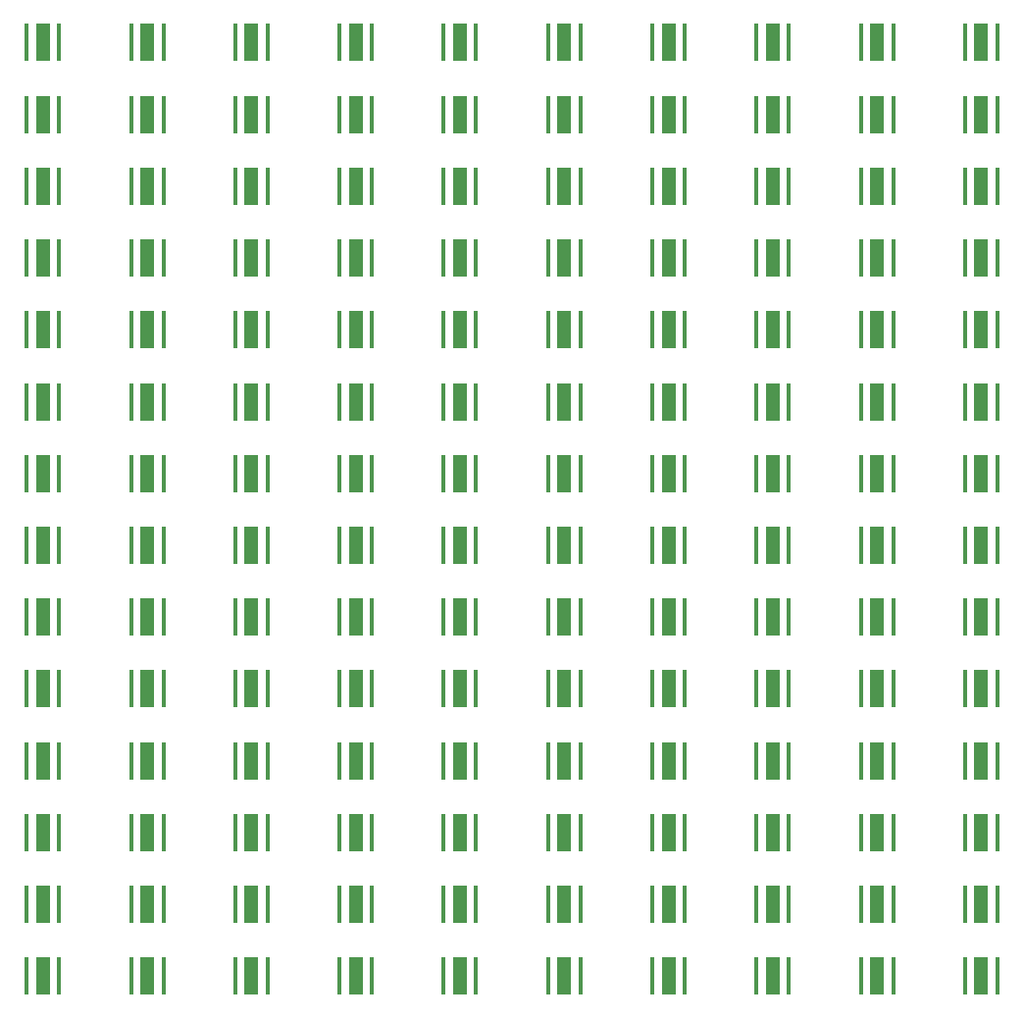
<source format=gtp>
%FSLAX25Y25*%
%MOIN*%
G70*
G01*
G75*
G04 Layer_Color=8421504*
%ADD10R,0.05118X0.12992*%
%ADD11R,0.01969X0.12992*%
%ADD12C,0.02000*%
%ADD13R,0.05000X0.15000*%
%ADD14O,0.03937X0.05906*%
%ADD15C,0.00600*%
%ADD16R,0.04717X0.12591*%
%ADD17R,0.01567X0.12591*%
D16*
X18500Y13177D02*
D03*
X53933D02*
D03*
X89366D02*
D03*
X124799D02*
D03*
X160232D02*
D03*
X195665D02*
D03*
X231098D02*
D03*
X266531D02*
D03*
X301965D02*
D03*
X337398D02*
D03*
X18500Y37587D02*
D03*
X53933D02*
D03*
X89366D02*
D03*
X124799D02*
D03*
X160232D02*
D03*
X195665D02*
D03*
X231098D02*
D03*
X266531D02*
D03*
X301965D02*
D03*
X337398D02*
D03*
X18500Y61996D02*
D03*
X53933D02*
D03*
X89366D02*
D03*
X124799D02*
D03*
X160232D02*
D03*
X195665D02*
D03*
X231098D02*
D03*
X266531D02*
D03*
X301965D02*
D03*
X337398D02*
D03*
X18500Y86405D02*
D03*
X53933D02*
D03*
X89366D02*
D03*
X124799D02*
D03*
X160232D02*
D03*
X195665D02*
D03*
X231098D02*
D03*
X266531D02*
D03*
X301965D02*
D03*
X337398D02*
D03*
X18500Y110815D02*
D03*
X53933D02*
D03*
X89366D02*
D03*
X124799D02*
D03*
X160232D02*
D03*
X195665D02*
D03*
X231098D02*
D03*
X266531D02*
D03*
X301965D02*
D03*
X337398D02*
D03*
X18500Y135224D02*
D03*
X53933D02*
D03*
X89366D02*
D03*
X124799D02*
D03*
X160232D02*
D03*
X195665D02*
D03*
X231098D02*
D03*
X266531D02*
D03*
X301965D02*
D03*
X337398D02*
D03*
X18500Y159634D02*
D03*
X53933D02*
D03*
X89366D02*
D03*
X124799D02*
D03*
X160232D02*
D03*
X195665D02*
D03*
X231098D02*
D03*
X266531D02*
D03*
X301965D02*
D03*
X337398D02*
D03*
X18500Y184043D02*
D03*
X53933D02*
D03*
X89366D02*
D03*
X124799D02*
D03*
X160232D02*
D03*
X195665D02*
D03*
X231098D02*
D03*
X266531D02*
D03*
X301965D02*
D03*
X337398D02*
D03*
X18500Y208453D02*
D03*
X53933D02*
D03*
X89366D02*
D03*
X124799D02*
D03*
X160232D02*
D03*
X195665D02*
D03*
X231098D02*
D03*
X266531D02*
D03*
X301965D02*
D03*
X337398D02*
D03*
X18500Y232862D02*
D03*
X53933D02*
D03*
X89366D02*
D03*
X124799D02*
D03*
X160232D02*
D03*
X195665D02*
D03*
X231098D02*
D03*
X266531D02*
D03*
X301965D02*
D03*
X337398D02*
D03*
X18500Y257272D02*
D03*
X53933D02*
D03*
X89366D02*
D03*
X124799D02*
D03*
X160232D02*
D03*
X195665D02*
D03*
X231098D02*
D03*
X266531D02*
D03*
X301965D02*
D03*
X337398D02*
D03*
X18500Y281681D02*
D03*
X53933D02*
D03*
X89366D02*
D03*
X124799D02*
D03*
X160232D02*
D03*
X195665D02*
D03*
X231098D02*
D03*
X266531D02*
D03*
X301965D02*
D03*
X337398D02*
D03*
X18500Y306090D02*
D03*
X53933D02*
D03*
X89366D02*
D03*
X124799D02*
D03*
X160232D02*
D03*
X195665D02*
D03*
X231098D02*
D03*
X266531D02*
D03*
X301965D02*
D03*
X337398D02*
D03*
X18500Y330500D02*
D03*
X53933D02*
D03*
X89366D02*
D03*
X124799D02*
D03*
X160232D02*
D03*
X195665D02*
D03*
X231098D02*
D03*
X266531D02*
D03*
X301965D02*
D03*
X337398D02*
D03*
D17*
X24024Y13177D02*
D03*
X13000D02*
D03*
X59457D02*
D03*
X48433D02*
D03*
X94890D02*
D03*
X83866D02*
D03*
X130323D02*
D03*
X119299D02*
D03*
X165756D02*
D03*
X154732D02*
D03*
X201189D02*
D03*
X190165D02*
D03*
X236622D02*
D03*
X225598D02*
D03*
X272055D02*
D03*
X261032D02*
D03*
X307488D02*
D03*
X296465D02*
D03*
X342921D02*
D03*
X331898D02*
D03*
X24024Y37587D02*
D03*
X13000D02*
D03*
X59457D02*
D03*
X48433D02*
D03*
X94890D02*
D03*
X83866D02*
D03*
X130323D02*
D03*
X119299D02*
D03*
X165756D02*
D03*
X154732D02*
D03*
X201189D02*
D03*
X190165D02*
D03*
X236622D02*
D03*
X225598D02*
D03*
X272055D02*
D03*
X261032D02*
D03*
X307488D02*
D03*
X296465D02*
D03*
X342921D02*
D03*
X331898D02*
D03*
X24024Y61996D02*
D03*
X13000D02*
D03*
X59457D02*
D03*
X48433D02*
D03*
X94890D02*
D03*
X83866D02*
D03*
X130323D02*
D03*
X119299D02*
D03*
X165756D02*
D03*
X154732D02*
D03*
X201189D02*
D03*
X190165D02*
D03*
X236622D02*
D03*
X225598D02*
D03*
X272055D02*
D03*
X261032D02*
D03*
X307488D02*
D03*
X296465D02*
D03*
X342921D02*
D03*
X331898D02*
D03*
X24024Y86405D02*
D03*
X13000D02*
D03*
X59457D02*
D03*
X48433D02*
D03*
X94890D02*
D03*
X83866D02*
D03*
X130323D02*
D03*
X119299D02*
D03*
X165756D02*
D03*
X154732D02*
D03*
X201189D02*
D03*
X190165D02*
D03*
X236622D02*
D03*
X225598D02*
D03*
X272055D02*
D03*
X261032D02*
D03*
X307488D02*
D03*
X296465D02*
D03*
X342921D02*
D03*
X331898D02*
D03*
X24024Y110815D02*
D03*
X13000D02*
D03*
X59457D02*
D03*
X48433D02*
D03*
X94890D02*
D03*
X83866D02*
D03*
X130323D02*
D03*
X119299D02*
D03*
X165756D02*
D03*
X154732D02*
D03*
X201189D02*
D03*
X190165D02*
D03*
X236622D02*
D03*
X225598D02*
D03*
X272055D02*
D03*
X261032D02*
D03*
X307488D02*
D03*
X296465D02*
D03*
X342921D02*
D03*
X331898D02*
D03*
X24024Y135224D02*
D03*
X13000D02*
D03*
X59457D02*
D03*
X48433D02*
D03*
X94890D02*
D03*
X83866D02*
D03*
X130323D02*
D03*
X119299D02*
D03*
X165756D02*
D03*
X154732D02*
D03*
X201189D02*
D03*
X190165D02*
D03*
X236622D02*
D03*
X225598D02*
D03*
X272055D02*
D03*
X261032D02*
D03*
X307488D02*
D03*
X296465D02*
D03*
X342921D02*
D03*
X331898D02*
D03*
X24024Y159634D02*
D03*
X13000D02*
D03*
X59457D02*
D03*
X48433D02*
D03*
X94890D02*
D03*
X83866D02*
D03*
X130323D02*
D03*
X119299D02*
D03*
X165756D02*
D03*
X154732D02*
D03*
X201189D02*
D03*
X190165D02*
D03*
X236622D02*
D03*
X225598D02*
D03*
X272055D02*
D03*
X261032D02*
D03*
X307488D02*
D03*
X296465D02*
D03*
X342921D02*
D03*
X331898D02*
D03*
X24024Y184043D02*
D03*
X13000D02*
D03*
X59457D02*
D03*
X48433D02*
D03*
X94890D02*
D03*
X83866D02*
D03*
X130323D02*
D03*
X119299D02*
D03*
X165756D02*
D03*
X154732D02*
D03*
X201189D02*
D03*
X190165D02*
D03*
X236622D02*
D03*
X225598D02*
D03*
X272055D02*
D03*
X261032D02*
D03*
X307488D02*
D03*
X296465D02*
D03*
X342921D02*
D03*
X331898D02*
D03*
X24024Y208453D02*
D03*
X13000D02*
D03*
X59457D02*
D03*
X48433D02*
D03*
X94890D02*
D03*
X83866D02*
D03*
X130323D02*
D03*
X119299D02*
D03*
X165756D02*
D03*
X154732D02*
D03*
X201189D02*
D03*
X190165D02*
D03*
X236622D02*
D03*
X225598D02*
D03*
X272055D02*
D03*
X261032D02*
D03*
X307488D02*
D03*
X296465D02*
D03*
X342921D02*
D03*
X331898D02*
D03*
X24024Y232862D02*
D03*
X13000D02*
D03*
X59457D02*
D03*
X48433D02*
D03*
X94890D02*
D03*
X83866D02*
D03*
X130323D02*
D03*
X119299D02*
D03*
X165756D02*
D03*
X154732D02*
D03*
X201189D02*
D03*
X190165D02*
D03*
X236622D02*
D03*
X225598D02*
D03*
X272055D02*
D03*
X261032D02*
D03*
X307488D02*
D03*
X296465D02*
D03*
X342921D02*
D03*
X331898D02*
D03*
X24024Y257272D02*
D03*
X13000D02*
D03*
X59457D02*
D03*
X48433D02*
D03*
X94890D02*
D03*
X83866D02*
D03*
X130323D02*
D03*
X119299D02*
D03*
X165756D02*
D03*
X154732D02*
D03*
X201189D02*
D03*
X190165D02*
D03*
X236622D02*
D03*
X225598D02*
D03*
X272055D02*
D03*
X261032D02*
D03*
X307488D02*
D03*
X296465D02*
D03*
X342921D02*
D03*
X331898D02*
D03*
X24024Y281681D02*
D03*
X13000D02*
D03*
X59457D02*
D03*
X48433D02*
D03*
X94890D02*
D03*
X83866D02*
D03*
X130323D02*
D03*
X119299D02*
D03*
X165756D02*
D03*
X154732D02*
D03*
X201189D02*
D03*
X190165D02*
D03*
X236622D02*
D03*
X225598D02*
D03*
X272055D02*
D03*
X261032D02*
D03*
X307488D02*
D03*
X296465D02*
D03*
X342921D02*
D03*
X331898D02*
D03*
X24024Y306090D02*
D03*
X13000D02*
D03*
X59457D02*
D03*
X48433D02*
D03*
X94890D02*
D03*
X83866D02*
D03*
X130323D02*
D03*
X119299D02*
D03*
X165756D02*
D03*
X154732D02*
D03*
X201189D02*
D03*
X190165D02*
D03*
X236622D02*
D03*
X225598D02*
D03*
X272055D02*
D03*
X261032D02*
D03*
X307488D02*
D03*
X296465D02*
D03*
X342921D02*
D03*
X331898D02*
D03*
X24024Y330500D02*
D03*
X13000D02*
D03*
X59457D02*
D03*
X48433D02*
D03*
X94890D02*
D03*
X83866D02*
D03*
X130323D02*
D03*
X119299D02*
D03*
X165756D02*
D03*
X154732D02*
D03*
X201189D02*
D03*
X190165D02*
D03*
X236622D02*
D03*
X225598D02*
D03*
X272055D02*
D03*
X261032D02*
D03*
X307488D02*
D03*
X296465D02*
D03*
X342921D02*
D03*
X331898D02*
D03*
M02*

</source>
